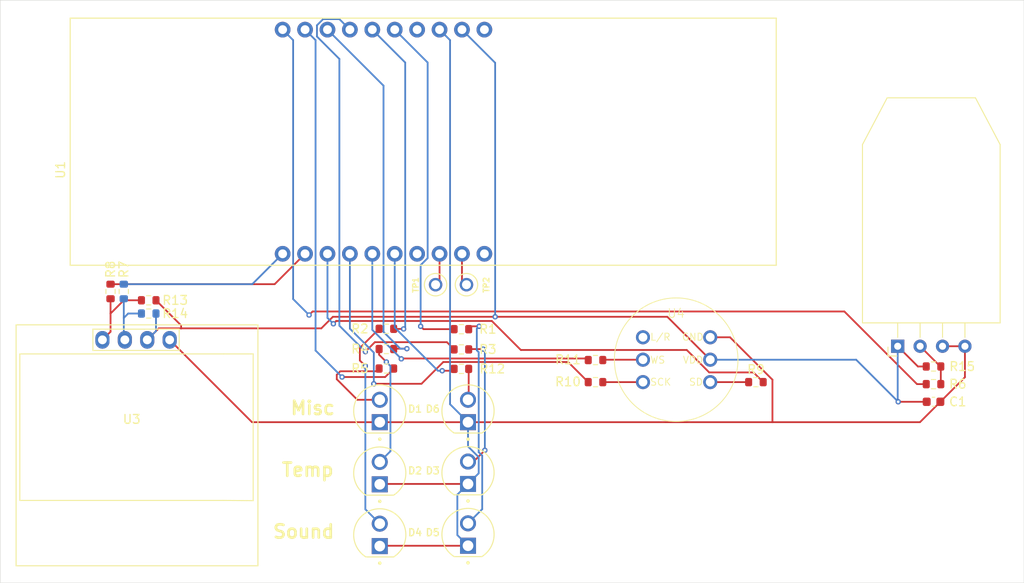
<source format=kicad_pcb>
(kicad_pcb (version 20241229) (generator "pcbnew") (generator_version "9.0")
  (layers (0 "F.Cu" signal) (2 "B.Cu" signal) (13 "F.Paste" user) (15 "B.Paste" user) (5 "F.SilkS" user "F.Silkscreen") (7 "B.SilkS" user "B.Silkscreen") (1 "F.Mask" user) (3 "B.Mask" user) (25 "Edge.Cuts" user))
  (net 0 "")
  (net 1 "Net-(D1-PadA)")
  (net 2 "GND")
  (net 3 "Net-(D2-PadA)")
  (net 4 "Net-(D3-PadA)")
  (net 5 "Net-(D4-PadA)")
  (net 6 "Net-(D5-PadA)")
  (net 7 "Net-(D6-PadA)")
  (net 8 "Net-(U1-GPIO0)")
  (net 9 "Net-(U1-GPIO1)")
  (net 10 "Net-(U1-GPIO2)")
  (net 11 "Net-(U1-GPIO3)")
  (net 12 "Net-(U1-GPIO4)")
  (net 13 "Net-(U1-GPIO5)")
  (net 14 "Net-(U2-SDA)")
  (net 15 "Net-(U3-SDA)")
  (net 16 "Net-(U1-GPIO13)")
  (net 17 "Net-(U1-GPIO14)")
  (net 18 "Net-(U3-SCL)")
  (net 19 "Net-(U4-SD)")
  (net 20 "Net-(U1-GPIO15)")
  (net 21 "Net-(U1-GPIO16)")
  (net 22 "Net-(U4-SCK)")
  (net 23 "Net-(U1-GPIO32)")
  (net 24 "Net-(U4-SW)")
  (net 25 "Net-(U1-GPIO33)")
  (net 26 "Net-(U1-GPI35)")
  (net 27 "Net-(U1-GPI36)")
  (net 29 "+3.3V")
  (footprint "Resistor_SMD:R_0603_1608Metric" (layer "F.Cu") (at 133.755 105.73205)
    (property "Reference" "R5" (at -3 0 0) (layer "F.SilkS"))
    (property "Value" "68R" (hide yes))
    (fp_line (start -0.237258 -0.5225) (end 0.237258 -0.5225) (stroke (width 0.12)) (layer "F.SilkS"))
    (fp_line (start -0.237258 0.5225) (end 0.237258 0.5225) (stroke (width 0.12)) (layer "F.SilkS"))
    (pad "1" smd roundrect (at -0.825 0) (size 0.8 0.95) (layers "F.Cu" "F.Mask" "F.Paste") (net 1 "Net-(D1-PadA)"))
    (pad "2" smd roundrect (at 0.825 0) (size 0.8 0.95) (layers "F.Cu" "F.Mask" "F.Paste") (net 12 "Net-(U1-GPIO4)"))
  )
  (footprint "clipboard:e21a027e-ffe6-4366-b657-1eeb13e85b7e" (layer "F.Cu") (at 204.295884 69.5)
    (property "Reference" "" (at 0 0 0) (layer "F.SilkS") (effects (font (size 1.27 1.27))))
    (property "Value" "")
    (pad "" np_thru_hole circle (at -2.045884 -1.684004) (size 2.2 2.2) (drill 2.2) (layers "*.Cu" "*.Mask"))
  )
  (footprint "SSD1306:128x64OLED" (layer "F.Cu") (at 105.2 113.08205)
    (property "Reference" "U3" (at -0.3 -1.596 0) (layer "F.SilkS"))
    (property "Value" "SSD1306")
    (fp_line (start -13.4 -12.3) (end 14 -12.3) (stroke (width 0.12)) (layer "F.SilkS"))
    (fp_line (start -13.4 15) (end -13.4 -12.3) (stroke (width 0.12)) (layer "F.SilkS"))
    (fp_line (start -12.978 -9.005) (end 10.122 -9.005) (stroke (width 0.12)) (layer "F.SilkS"))
    (fp_line (start -12.978 7.595) (end -12.978 -9.005) (stroke (width 0.12)) (layer "F.SilkS"))
    (fp_line (start -4.699 -11.811) (end -4.699 -9.398) (stroke (width 0.12)) (layer "F.SilkS"))
    (fp_line (start -4.699 -11.811) (end 5.08 -11.811) (stroke (width 0.12)) (layer "F.SilkS"))
    (fp_line (start 5.08 -11.811) (end 5.08 -9.398) (stroke (width 0.12)) (layer "F.SilkS"))
    (fp_line (start 5.08 -9.398) (end -4.699 -9.398) (stroke (width 0.12)) (layer "F.SilkS"))
    (fp_line (start 10.122 -9.005) (end 13.208 -9.005) (stroke (width 0.12)) (layer "F.SilkS"))
    (fp_line (start 10.122 7.595) (end -12.978 7.595) (stroke (width 0.12)) (layer "F.SilkS"))
    (fp_line (start 10.122 7.595) (end 13.462 7.62) (stroke (width 0.12)) (layer "F.SilkS"))
    (fp_line (start 13.462 -9.017) (end 13.208 -9.005) (stroke (width 0.12)) (layer "F.SilkS"))
    (fp_line (start 13.462 7.62) (end 13.462 -9.017) (stroke (width 0.12)) (layer "F.SilkS"))
    (fp_line (start 14 -12.3) (end 14 15) (stroke (width 0.12)) (layer "F.SilkS"))
    (fp_line (start 14 15) (end -13.4 15) (stroke (width 0.12)) (layer "F.SilkS"))
    (pad "1" thru_hole oval (at -3.62 -10.6 90) (size 2 1.6) (drill 1) (layers "*.Cu" "*.Mask") (net 18 "Net-(U3-SCL)"))
    (pad "2" thru_hole oval (at -1.08 -10.6 90) (size 2 1.6) (drill 1) (layers "*.Cu" "*.Mask") (net 15 "Net-(U3-SDA)"))
    (pad "3" thru_hole oval (at 1.46 -10.6 90) (size 2 1.6) (drill 1) (layers "*.Cu" "*.Mask") (net 29 "+3.3V"))
    (pad "4" thru_hole oval (at 4 -10.6 90) (size 2 1.6) (drill 1) (layers "*.Cu" "*.Mask") (net 2 "GND"))
  )
  (footprint "Resistor_SMD:R_0603_1608Metric" (layer "F.Cu") (at 133.755 103.52205)
    (property "Reference" "R4" (at -3 0 0) (layer "F.SilkS"))
    (property "Value" "68R" (hide yes))
    (fp_line (start -0.237258 -0.5225) (end 0.237258 -0.5225) (stroke (width 0.12)) (layer "F.SilkS"))
    (fp_line (start -0.237258 0.5225) (end 0.237258 0.5225) (stroke (width 0.12)) (layer "F.SilkS"))
    (pad "1" smd roundrect (at -0.825 0) (size 0.8 0.95) (layers "F.Cu" "F.Mask" "F.Paste") (net 3 "Net-(D2-PadA)"))
    (pad "2" smd roundrect (at 0.825 0) (size 0.8 0.95) (layers "F.Cu" "F.Mask" "F.Paste") (net 11 "Net-(U1-GPIO3)"))
  )
  (footprint "Resistor_SMD:R_0603_1608Metric" (layer "F.Cu") (at 104 97 90)
    (property "Reference" "R7" (at 2.5 0 90) (layer "F.SilkS"))
    (property "Value" "0R" (hide yes))
    (fp_line (start -0.237258 -0.5225) (end 0.237258 -0.5225) (stroke (width 0.12)) (layer "F.SilkS"))
    (fp_line (start -0.237258 0.5225) (end 0.237258 0.5225) (stroke (width 0.12)) (layer "F.SilkS"))
    (pad "1" smd roundrect (at -0.825 0 90) (size 0.8 0.95) (layers "B.Cu" "B.Mask" "B.Paste") (net 15 "Net-(U3-SDA)"))
    (pad "2" smd roundrect (at 0.825 0 90) (size 0.8 0.95) (layers "B.Cu" "B.Mask" "B.Paste") (net 16 "Net-(U1-GPIO13)"))
  )
  (footprint "Resistor_SMD:R_0603_1608Metric" (layer "F.Cu") (at 133.755 101.23205)
    (property "Reference" "R2" (at -3 0 0) (layer "F.SilkS"))
    (property "Value" "68R" (hide yes))
    (fp_line (start -0.237258 -0.5225) (end 0.237258 -0.5225) (stroke (width 0.12)) (layer "F.SilkS"))
    (fp_line (start -0.237258 0.5225) (end 0.237258 0.5225) (stroke (width 0.12)) (layer "F.SilkS"))
    (pad "1" smd roundrect (at -0.825 0) (size 0.8 0.95) (layers "F.Cu" "F.Mask" "F.Paste") (net 5 "Net-(D4-PadA)"))
    (pad "2" smd roundrect (at 0.825 0) (size 0.8 0.95) (layers "F.Cu" "F.Mask" "F.Paste") (net 9 "Net-(U1-GPIO1)"))
  )
  (footprint "Resistor_SMD:R_0603_1608Metric" (layer "F.Cu") (at 142.255 105.77205)
    (property "Reference" "R12" (at 3.5 0 0) (layer "F.SilkS"))
    (property "Value" "68R" (hide yes))
    (fp_line (start -0.237258 -0.5225) (end 0.237258 -0.5225) (stroke (width 0.12)) (layer "F.SilkS"))
    (fp_line (start -0.237258 0.5225) (end 0.237258 0.5225) (stroke (width 0.12)) (layer "F.SilkS"))
    (pad "1" smd roundrect (at -0.825 0) (size 0.8 0.95) (layers "F.Cu" "F.Mask" "F.Paste") (net 25 "Net-(U1-GPIO33)"))
    (pad "2" smd roundrect (at 0.825 0) (size 0.8 0.95) (layers "F.Cu" "F.Mask" "F.Paste") (net 7 "Net-(D6-PadA)"))
  )
  (footprint "Resistor_SMD:R_0603_1608Metric" (layer "F.Cu") (at 142.255 101.27205 180)
    (property "Reference" "R1" (at -3 0 0) (layer "F.SilkS"))
    (property "Value" "68R" (hide yes))
    (fp_line (start -0.237258 0.5225) (end 0.237258 0.5225) (stroke (width 0.12)) (layer "F.SilkS"))
    (fp_line (start -0.237258 -0.5225) (end 0.237258 -0.5225) (stroke (width 0.12)) (layer "F.SilkS"))
    (pad "1" smd roundrect (at -0.825 0 180) (size 0.8 0.95) (layers "F.Cu" "F.Mask" "F.Paste") (net 6 "Net-(D5-PadA)"))
    (pad "2" smd roundrect (at 0.825 0 180) (size 0.8 0.95) (layers "F.Cu" "F.Mask" "F.Paste") (net 8 "Net-(U1-GPIO0)"))
  )
  (footprint "clipboard:e21a027e-ffe6-4366-b657-1eeb13e85b7e" (layer "F.Cu") (at 96.045884 99.184004)
    (property "Reference" "" (at 0 0 0) (layer "F.SilkS") (effects (font (size 1.27 1.27))))
    (property "Value" "")
    (pad "" np_thru_hole circle (at -2.045884 -1.684004) (size 2.2 2.2) (drill 2.2) (layers "*.Cu" "*.Mask"))
  )
  (footprint "Standard_LED_Throughhole:Standard_LED_Throughhole" (layer "F.Cu") (at 143.005 110.54205 90)
    (property "Reference" "D6" (at 0.23 -4 180) (layer "F.SilkS") (effects (font (size 0.8 0.8))))
    (property "Value" "LED" (hide yes))
    (fp_line (start -2.5 -1.566) (end -2.5 1.566) (stroke (width 0.127)) (layer "F.SilkS"))
    (fp_arc (start -2.5 -1.566) (mid 2.961291 0) (end -2.5 1.566) (stroke (width 0.127)) (layer "F.SilkS"))
    (fp_circle (center -3.2 0) (end -3.1 0) (stroke (width 0.2)) (fill no) (layer "F.SilkS"))
    (pad "A" thru_hole circle (at 1.27 0 90) (size 1.815 1.815) (drill 1.21) (layers "*.Cu" "*.Mask") (net 7 "Net-(D6-PadA)"))
    (pad "C" thru_hole rect (at -1.27 0 90) (size 1.815 1.815) (drill 1.21) (layers "*.Cu" "*.Mask") (net 2 "GND"))
  )
  (footprint "Capacitor_SMD:C_0603_1608Metric" (layer "F.Cu") (at 195.75 109.5 180)
    (property "Reference" "C1" (at -2.75 0 180) (layer "F.SilkS"))
    (property "Value" "0.1µF" (hide yes))
    (fp_line (start -0.14058 0.51) (end 0.14058 0.51) (stroke (width 0.12)) (layer "F.SilkS"))
    (fp_line (start -0.14058 -0.51) (end 0.14058 -0.51) (stroke (width 0.12)) (layer "F.SilkS"))
    (pad "1" smd roundrect (at -0.775 0 180) (size 0.9 0.95) (layers "F.Cu" "F.Mask" "F.Paste") (net 2 "GND"))
    (pad "2" smd roundrect (at 0.775 0 180) (size 0.9 0.95) (layers "F.Cu" "F.Mask" "F.Paste") (net 29 "+3.3V"))
  )
  (footprint "Standard_LED_Throughhole:Standard_LED_Throughhole" (layer "F.Cu") (at 143.005 124.54205 90)
    (property "Reference" "D5" (at 0.23 -4 180) (layer "F.SilkS") (effects (font (size 0.8 0.8))))
    (property "Value" "LED" (hide yes))
    (fp_line (start -2.5 -1.566) (end -2.5 1.566) (stroke (width 0.127)) (layer "F.SilkS"))
    (fp_arc (start -2.5 -1.566) (mid 2.961291 0) (end -2.5 1.566) (stroke (width 0.127)) (layer "F.SilkS"))
    (fp_circle (center -3.2 0) (end -3.1 0) (stroke (width 0.2)) (fill no) (layer "F.SilkS"))
    (pad "A" thru_hole circle (at 1.27 0 90) (size 1.815 1.815) (drill 1.21) (layers "*.Cu" "*.Mask") (net 6 "Net-(D5-PadA)"))
    (pad "C" thru_hole rect (at -1.27 0 90) (size 1.815 1.815) (drill 1.21) (layers "*.Cu" "*.Mask") (net 2 "GND"))
  )
  (footprint "Resistor_SMD:R_0603_1608Metric" (layer "F.Cu") (at 195.75 105.5 180)
    (property "Reference" "R15" (at -3.25 0 0) (layer "F.SilkS"))
    (property "Value" "10K" (hide yes))
    (fp_line (start -0.237258 0.5225) (end 0.237258 0.5225) (stroke (width 0.12)) (layer "F.SilkS"))
    (fp_line (start -0.237258 -0.5225) (end 0.237258 -0.5225) (stroke (width 0.12)) (layer "F.SilkS"))
    (pad "1" smd roundrect (at -0.825 0 180) (size 0.8 0.95) (layers "F.Cu" "F.Mask" "F.Paste") (net 14 "Net-(U2-SDA)"))
    (pad "2" smd roundrect (at 0.825 0 180) (size 0.8 0.95) (layers "F.Cu" "F.Mask" "F.Paste") (net 29 "+3.3V"))
  )
  (footprint "5002:KEYSTONE_5002" (layer "F.Cu") (at 139.33 96.23205 -90)
    (property "Reference" "TP1" (at 0.032 2.25 270) (layer "F.SilkS") (effects (font (size 0.64 0.64))))
    (property "Value" "5002" (hide yes))
    (fp_circle (center 0 0) (end 1.27 0) (stroke (width 0.127)) (fill no) (layer "F.SilkS"))
    (pad "TP" thru_hole circle (at 0 0 270) (size 1.53 1.53) (drill 1.02) (layers "*.Cu" "*.Mask") (net 26 "Net-(U1-GPI35)"))
  )
  (footprint "Resistor_SMD:R_0603_1608Metric" (layer "F.Cu") (at 106.825 98 180)
    (property "Reference" "R13" (at -3 0 0) (layer "F.SilkS"))
    (property "Value" "0R" (hide yes))
    (fp_line (start -0.237258 0.5225) (end 0.237258 0.5225) (stroke (width 0.12)) (layer "F.SilkS"))
    (fp_line (start -0.237258 -0.5225) (end 0.237258 -0.5225) (stroke (width 0.12)) (layer "F.SilkS"))
    (pad "1" smd roundrect (at -0.825 0 180) (size 0.8 0.95) (layers "F.Cu" "F.Mask" "F.Paste") (net 29 "+3.3V"))
    (pad "2" smd roundrect (at 0.825 0 180) (size 0.8 0.95) (layers "F.Cu" "F.Mask" "F.Paste") (net 18 "Net-(U3-SCL)"))
  )
  (footprint "Standard_LED_Throughhole:Standard_LED_Throughhole" (layer "F.Cu") (at 133.005 117.58205 90)
    (property "Reference" "D2" (at 0.27 4 180) (layer "F.SilkS") (effects (font (size 0.8 0.8))))
    (property "Value" "LED" (hide yes))
    (fp_line (start -2.5 -1.566) (end -2.5 1.566) (stroke (width 0.127)) (layer "F.SilkS"))
    (fp_arc (start -2.5 -1.566) (mid 2.961291 0) (end -2.5 1.566) (stroke (width 0.127)) (layer "F.SilkS"))
    (fp_circle (center -3.2 0) (end -3.1 0) (stroke (width 0.2)) (fill no) (layer "F.SilkS"))
    (pad "A" thru_hole circle (at 1.27 0 90) (size 1.815 1.815) (drill 1.21) (layers "*.Cu" "*.Mask") (net 3 "Net-(D2-PadA)"))
    (pad "C" thru_hole rect (at -1.27 0 90) (size 1.815 1.815) (drill 1.21) (layers "*.Cu" "*.Mask") (net 2 "GND"))
  )
  (footprint "Resistor_SMD:R_0603_1608Metric" (layer "F.Cu") (at 142.255 103.56205 180)
    (property "Reference" "R3" (at -3 0 0) (layer "F.SilkS"))
    (property "Value" "68R" (hide yes))
    (fp_line (start -0.237258 0.5225) (end 0.237258 0.5225) (stroke (width 0.12)) (layer "F.SilkS"))
    (fp_line (start -0.237258 -0.5225) (end 0.237258 -0.5225) (stroke (width 0.12)) (layer "F.SilkS"))
    (pad "1" smd roundrect (at -0.825 0 180) (size 0.8 0.95) (layers "F.Cu" "F.Mask" "F.Paste") (net 4 "Net-(D3-PadA)"))
    (pad "2" smd roundrect (at 0.825 0 180) (size 0.8 0.95) (layers "F.Cu" "F.Mask" "F.Paste") (net 10 "Net-(U1-GPIO2)"))
  )
  (footprint "5002:KEYSTONE_5002" (layer "F.Cu") (at 142.83 96.23205 -90)
    (property "Reference" "TP2" (at 0.032 -2.25 90) (layer "F.SilkS") (effects (font (size 0.64 0.64))))
    (property "Value" "5002" (hide yes))
    (fp_circle (center 0 0) (end 1.27 0) (stroke (width 0.127)) (fill no) (layer "F.SilkS"))
    (pad "TP" thru_hole circle (at 0 0 270) (size 1.53 1.53) (drill 1.02) (layers "*.Cu" "*.Mask") (net 27 "Net-(U1-GPI36)"))
  )
  (footprint "Resistor_SMD:R_0603_1608Metric" (layer "F.Cu") (at 102.5 97 90)
    (property "Reference" "R8" (at 2.5 0 90) (layer "F.SilkS"))
    (property "Value" "0R" (hide yes))
    (fp_line (start -0.237258 -0.5225) (end 0.237258 -0.5225) (stroke (width 0.12)) (layer "F.SilkS"))
    (fp_line (start -0.237258 0.5225) (end 0.237258 0.5225) (stroke (width 0.12)) (layer "F.SilkS"))
    (pad "1" smd roundrect (at -0.825 0 90) (size 0.8 0.95) (layers "F.Cu" "F.Mask" "F.Paste") (net 18 "Net-(U3-SCL)"))
    (pad "2" smd roundrect (at 0.825 0 90) (size 0.8 0.95) (layers "F.Cu" "F.Mask" "F.Paste") (net 17 "Net-(U1-GPIO14)"))
  )
  (footprint "Custom_Footprints:INMP441" (layer "F.Cu") (at 166.59 104.73205)
    (property "Reference" "U4" (at -0.01 -5.25 0) (layer "F.SilkS") (effects (font (thickness 0.1))))
    (property "Value" "INMP441")
    (fp_circle (center 0 0) (end 7 0) (stroke (width 0.1)) (fill no) (layer "F.SilkS"))
    (fp_text user "SCK" (at -3 3 0) (layer "F.SilkS") (effects (font (size 0.8 0.8) (thickness 0.1)) (justify left bottom)))
    (fp_text user "GND" (at 0.6 -2.1 0) (layer "F.SilkS") (effects (font (size 0.8 0.8) (thickness 0.1)) (justify left bottom)))
    (fp_text user "L/R" (at -3 -2.1 0) (layer "F.SilkS") (effects (font (size 0.8 0.8) (thickness 0.1)) (justify left bottom)))
    (fp_text user "WS" (at -3 0.5 0) (layer "F.SilkS") (effects (font (size 0.8 0.8) (thickness 0.1)) (justify left bottom)))
    (fp_text user "VDD" (at 0.7 0.5 0) (layer "F.SilkS") (effects (font (size 0.8 0.8) (thickness 0.1)) (justify left bottom)))
    (fp_text user "SD" (at 1.4 3 0) (layer "F.SilkS") (effects (font (size 0.8 0.8) (thickness 0.1)) (justify left bottom)))
    (pad "1" thru_hole circle (at -3.76 2.54) (size 1.6 1.6) (drill 1) (layers "*.Cu" "*.Mask") (net 22 "Net-(U4-SCK)"))
    (pad "2" thru_hole circle (at 3.86 2.54) (size 1.6 1.6) (drill 1) (layers "*.Cu" "*.Mask") (net 19 "Net-(U4-SD)"))
    (pad "3" thru_hole circle (at -3.76 0) (size 1.6 1.6) (drill 1) (layers "*.Cu" "*.Mask") (net 24 "Net-(U4-SW)"))
    (pad "4" thru_hole circle (at 3.86 0) (size 1.6 1.6) (drill 1) (layers "*.Cu" "*.Mask") (net 29 "+3.3V"))
    (pad "5" thru_hole circle (at -3.76 -2.54) (size 1.6 1.6) (drill 1) (layers "*.Cu" "*.Mask"))
    (pad "6" thru_hole circle (at 3.86 -2.54) (size 1.6 1.6) (drill 1) (layers "*.Cu" "*.Mask") (net 2 "GND"))
  )
  (footprint "Resistor_SMD:R_0603_1608Metric" (layer "F.Cu") (at 195.75 107.5 180)
    (property "Reference" "R6" (at -2.75 0 180) (layer "F.SilkS"))
    (property "Value" "0R" (hide yes))
    (fp_line (start -0.237258 0.5225) (end 0.237258 0.5225) (stroke (width 0.12)) (layer "F.SilkS"))
    (fp_line (start -0.237258 -0.5225) (end 0.237258 -0.5225) (stroke (width 0.12)) (layer "F.SilkS"))
    (pad "1" smd roundrect (at -0.825 0 180) (size 0.8 0.95) (layers "F.Cu" "F.Mask" "F.Paste") (net 14 "Net-(U2-SDA)"))
    (pad "2" smd roundrect (at 0.825 0 180) (size 0.8 0.95) (layers "F.Cu" "F.Mask" "F.Paste") (net 13 "Net-(U1-GPIO5)"))
  )
  (footprint "Resistor_SMD:R_0603_1608Metric" (layer "F.Cu") (at 106.825 99.5 180)
    (property "Reference" "R14" (at -3 0 180) (layer "F.SilkS"))
    (property "Value" "0R" (hide yes))
    (fp_line (start -0.237258 0.5225) (end 0.237258 0.5225) (stroke (width 0.12)) (layer "F.SilkS"))
    (fp_line (start -0.237258 -0.5225) (end 0.237258 -0.5225) (stroke (width 0.12)) (layer "F.SilkS"))
    (pad "1" smd roundrect (at -0.825 0 180) (size 0.8 0.95) (layers "B.Cu" "B.Mask" "B.Paste") (net 29 "+3.3V"))
    (pad "2" smd roundrect (at 0.825 0 180) (size 0.8 0.95) (layers "B.Cu" "B.Mask" "B.Paste") (net 15 "Net-(U3-SDA)"))
  )
  (footprint "Resistor_SMD:R_0603_1608Metric" (layer "F.Cu") (at 157.45 107.27205 180)
    (property "Reference" "R10" (at 3.12 0.04 0) (layer "F.SilkS"))
    (property "Value" "0R" (hide yes))
    (fp_line (start -0.237258 0.5225) (end 0.237258 0.5225) (stroke (width 0.12)) (layer "F.SilkS"))
    (fp_line (start -0.237258 -0.5225) (end 0.237258 -0.5225) (stroke (width 0.12)) (layer "F.SilkS"))
    (pad "1" smd roundrect (at -0.825 0 180) (size 0.8 0.95) (layers "F.Cu" "F.Mask" "F.Paste") (net 22 "Net-(U4-SCK)"))
    (pad "2" smd roundrect (at 0.825 0 180) (size 0.8 0.95) (layers "F.Cu" "F.Mask" "F.Paste") (net 21 "Net-(U1-GPIO16)"))
  )
  (footprint "Resistor_SMD:R_0603_1608Metric" (layer "F.Cu") (at 157.45 104.77205)
    (property "Reference" "R11" (at -3.12 -0.04 0) (layer "F.SilkS"))
    (property "Value" "0R" (hide yes))
    (fp_line (start -0.237258 -0.5225) (end 0.237258 -0.5225) (stroke (width 0.12)) (layer "F.SilkS"))
    (fp_line (start -0.237258 0.5225) (end 0.237258 0.5225) (stroke (width 0.12)) (layer "F.SilkS"))
    (pad "1" smd roundrect (at -0.825 0) (size 0.8 0.95) (layers "F.Cu" "F.Mask" "F.Paste") (net 23 "Net-(U1-GPIO32)"))
    (pad "2" smd roundrect (at 0.825 0) (size 0.8 0.95) (layers "F.Cu" "F.Mask" "F.Paste") (net 24 "Net-(U4-SW)"))
  )
  (footprint "Standard_LED_Throughhole:Standard_LED_Throughhole" (layer "F.Cu") (at 133.005 124.58205 90)
    (property "Reference" "D4" (at 0.27 4 180) (layer "F.SilkS") (effects (font (size 0.8 0.8))))
    (property "Value" "LED" (hide yes))
    (fp_line (start -2.5 -1.566) (end -2.5 1.566) (stroke (width 0.127)) (layer "F.SilkS"))
    (fp_arc (start -2.5 -1.566) (mid 2.961291 0) (end -2.5 1.566) (stroke (width 0.127)) (layer "F.SilkS"))
    (fp_circle (center -3.2 0) (end -3.1 0) (stroke (width 0.2)) (fill no) (layer "F.SilkS"))
    (pad "A" thru_hole circle (at 1.27 0 90) (size 1.815 1.815) (drill 1.21) (layers "*.Cu" "*.Mask") (net 5 "Net-(D4-PadA)"))
    (pad "C" thru_hole rect (at -1.27 0 90) (size 1.815 1.815) (drill 1.21) (layers "*.Cu" "*.Mask") (net 2 "GND"))
  )
  (footprint "clipboard:e21a027e-ffe6-4366-b657-1eeb13e85b7e" (layer "F.Cu") (at 204.045884 127.684004)
    (property "Reference" "" (at 0 0 0) (layer "F.SilkS") (effects (font (size 1.27 1.27))))
    (property "Value" "")
    (pad "" np_thru_hole circle (at -2.045884 -1.684004) (size 2.2 2.2) (drill 2.2) (layers "*.Cu" "*.Mask"))
  )
  (footprint "ESP32-POE:MODULE_ESP32-POE" (layer "F.Cu") (at 137.93 80.03205 -90)
    (property "Reference" "U1" (at 3.2 41.1 90) (layer "F.SilkS"))
    (property "Value" "ESP32-POE")
    (fp_line (start -14 40) (end 14 40) (stroke (width 0.127)) (layer "F.SilkS"))
    (fp_line (start 14 40) (end 14 -40) (stroke (width 0.127)) (layer "F.SilkS"))
    (fp_line (start -14 -40) (end -14 40) (stroke (width 0.127)) (layer "F.SilkS"))
    (fp_line (start 14 -40) (end -14 -40) (stroke (width 0.127)) (layer "F.SilkS"))
    (pad "" np_thru_hole circle (at -11.44 -12.675 270) (size 2.2 2.2) (drill 2.2) (layers "*.Cu" "*.Mask"))
    (pad "" np_thru_hole circle (at -6.614 37.363 270) (size 2.2 2.2) (drill 2.2) (layers "*.Cu" "*.Mask"))
    (pad "" np_thru_hole circle (at 11.42 -12.675 270) (size 2.2 2.2) (drill 2.2) (layers "*.Cu" "*.Mask"))
    (pad "EXT1_1" thru_hole circle (at -12.7 -6.93 270) (size 1.778 1.778) (drill 1) (layers "*.Cu" "*.Mask"))
    (pad "EXT1_2" thru_hole circle (at -12.7 -4.39 270) (size 1.778 1.778) (drill 1) (layers "*.Cu" "*.Mask") (net 29 "+3.3V"))
    (pad "EXT1_3" thru_hole circle (at -12.7 -1.85 270) (size 1.778 1.778) (drill 1) (layers "*.Cu" "*.Mask") (net 2 "GND"))
    (pad "EXT1_4" thru_hole circle (at -12.7 0.69 270) (size 1.778 1.778) (drill 1) (layers "*.Cu" "*.Mask"))
    (pad "EXT1_5" thru_hole circle (at -12.7 3.23 270) (size 1.778 1.778) (drill 1) (layers "*.Cu" "*.Mask") (net 8 "Net-(U1-GPIO0)"))
    (pad "EXT1_6" thru_hole circle (at -12.7 5.77 270) (size 1.778 1.778) (drill 1) (layers "*.Cu" "*.Mask") (net 9 "Net-(U1-GPIO1)"))
    (pad "EXT1_7" thru_hole circle (at -12.7 8.31 270) (size 1.778 1.778) (drill 1) (layers "*.Cu" "*.Mask") (net 10 "Net-(U1-GPIO2)"))
    (pad "EXT1_8" thru_hole circle (at -12.7 10.85 270) (size 1.778 1.778) (drill 1) (layers "*.Cu" "*.Mask") (net 11 "Net-(U1-GPIO3)"))
    (pad "EXT1_9" thru_hole circle (at -12.7 13.39 270) (size 1.778 1.778) (drill 1) (layers "*.Cu" "*.Mask") (net 12 "Net-(U1-GPIO4)"))
    (pad "EXT1_10" thru_hole circle (at -12.7 15.93 270) (size 1.778 1.778) (drill 1) (layers "*.Cu" "*.Mask") (net 13 "Net-(U1-GPIO5)"))
    (pad "EXT2_1" thru_hole circle (at 12.7 -6.93 270) (size 1.778 1.778) (drill 1) (layers "*.Cu" "*.Mask"))
    (pad "EXT2_2" thru_hole circle (at 12.7 -4.39 270) (size 1.778 1.778) (drill 1) (layers "*.Cu" "*.Mask") (net 27 "Net-(U1-GPI36)"))
    (pad "EXT2_3" thru_hole circle (at 12.7 -1.85 270) (size 1.778 1.778) (drill 1) (layers "*.Cu" "*.Mask") (net 26 "Net-(U1-GPI35)"))
    (pad "EXT2_4" thru_hole circle (at 12.7 0.69 270) (size 1.778 1.778) (drill 1) (layers "*.Cu" "*.Mask"))
    (pad "EXT2_5" thru_hole circle (at 12.7 3.23 270) (size 1.778 1.778) (drill 1) (layers "*.Cu" "*.Mask") (net 25 "Net-(U1-GPIO33)"))
    (pad "EXT2_6" thru_hole circle (at 12.7 5.77 270) (size 1.778 1.778) (drill 1) (layers "*.Cu" "*.Mask") (net 23 "Net-(U1-GPIO32)"))
    (pad "EXT2_7" thru_hole circle (at 12.7 8.31 270) (size 1.778 1.778) (drill 1) (layers "*.Cu" "*.Mask") (net 21 "Net-(U1-GPIO16)"))
    (pad "EXT2_8" thru_hole circle (at 12.7 10.85 270) (size 1.778 1.778) (drill 1) (layers "*.Cu" "*.Mask") (net 20 "Net-(U1-GPIO15)"))
    (pad "EXT2_9" thru_hole circle (at 12.7 13.39 270) (size 1.778 1.778) (drill 1) (layers "*.Cu" "*.Mask") (net 17 "Net-(U1-GPIO14)"))
    (pad "EXT2_10" thru_hole circle (at 12.7 15.93 270) (size 1.778 1.778) (drill 1) (layers "*.Cu" "*.Mask") (net 16 "Net-(U1-GPIO13)"))
  )
  (footprint "Sensor:ASAIR_AM2302_P2.54mm_Lead2.75mm_TabDown" (layer "F.Cu") (at 191.69 103.2075 90)
    (property "Reference" "U2" (hide yes))
    (property "Value" "AM2302")
    (fp_line (start 22.85 -3.99) (end 28.15 -1.19) (stroke (width 0.12)) (layer "F.SilkS"))
    (fp_line (start 2.65 -3.99) (end 22.85 -3.99) (stroke (width 0.12)) (layer "F.SilkS"))
    (fp_line (start 28.15 -1.19) (end 28.15 8.81) (stroke (width 0.12)) (layer "F.SilkS"))
    (fp_line (start -1.1 -1.1) (end -0.1 -1.1) (stroke (width 0.12)) (layer "F.SilkS"))
    (fp_line (start -1.1 -0.1) (end -1.1 -1.1) (stroke (width 0.12)) (layer "F.SilkS"))
    (fp_line (start 1.01 0) (end 2.65 0) (stroke (width 0.12)) (layer "F.SilkS"))
    (fp_line (start 1.01 2.54) (end 2.65 2.54) (stroke (width 0.12)) (layer "F.SilkS"))
    (fp_line (start 1.01 5.08) (end 2.65 5.08) (stroke (width 0.12)) (layer "F.SilkS"))
    (fp_line (start 1.01 7.62) (end 2.65 7.62) (stroke (width 0.12)) (layer "F.SilkS"))
    (fp_line (start 28.15 8.81) (end 22.85 11.61) (stroke (width 0.12)) (layer "F.SilkS"))
    (fp_line (start 22.85 11.61) (end 2.65 11.61) (stroke (width 0.12)) (layer "F.SilkS"))
    (fp_line (start 2.65 11.61) (end 2.65 -3.99) (stroke (width 0.12)) (layer "F.SilkS"))
    (pad "" np_thru_hole circle (at 25.3 3.81 90) (size 3 3) (drill 3) (layers "*.Cu" "*.Mask"))
    (pad "1" thru_hole rect (at 0 0 90) (size 1.5 1.5) (drill 0.8) (layers "*.Cu" "*.Mask") (net 29 "+3.3V"))
    (pad "2" thru_hole circle (at 0 2.54 90) (size 1.5 1.5) (drill 0.8) (layers "*.Cu" "*.Mask") (net 14 "Net-(U2-SDA)"))
    (pad "3" thru_hole circle (at 0 5.08 90) (size 1.5 1.5) (drill 0.8) (layers "*.Cu" "*.Mask") (net 2 "GND"))
    (pad "4" thru_hole circle (at 0 7.62 90) (size 1.5 1.5) (drill 0.8) (layers "*.Cu" "*.Mask") (net 2 "GND"))
  )
  (footprint "Standard_LED_Throughhole:Standard_LED_Throughhole" (layer "F.Cu") (at 143.005 117.54205 90)
    (property "Reference" "D3" (at 0.23 -4 180) (layer "F.SilkS") (effects (font (size 0.8 0.8))))
    (property "Value" "LED" (hide yes))
    (fp_line (start -2.5 -1.566) (end -2.5 1.566) (stroke (width 0.127)) (layer "F.SilkS"))
    (fp_arc (start -2.5 -1.566) (mid 2.961291 0) (end -2.5 1.566) (stroke (width 0.127)) (layer "F.SilkS"))
    (fp_circle (center -3.2 0) (end -3.1 0) (stroke (width 0.2)) (fill no) (layer "F.SilkS"))
    (pad "A" thru_hole circle (at 1.27 0 90) (size 1.815 1.815) (drill 1.21) (layers "*.Cu" "*.Mask") (net 4 "Net-(D3-PadA)"))
    (pad "C" thru_hole rect (at -1.27 0 90) (size 1.815 1.815) (drill 1.21) (layers "*.Cu" "*.Mask") (net 2 "GND"))
  )
  (footprint "Resistor_SMD:R_0603_1608Metric" (layer "F.Cu") (at 175.625 107.27205)
    (property "Reference" "R9" (at 0 -1.43 0) (layer "F.SilkS"))
    (property "Value" "0R")
    (fp_line (start -0.237258 -0.5225) (end 0.237258 -0.5225) (stroke (width 0.12)) (layer "F.SilkS"))
    (fp_line (start -0.237258 0.5225) (end 0.237258 0.5225) (stroke (width 0.12)) (layer "F.SilkS"))
    (pad "1" smd roundrect (at -0.825 0) (size 0.8 0.95) (layers "F.Cu" "F.Mask" "F.Paste") (net 19 "Net-(U4-SD)"))
    (pad "2" smd roundrect (at 0.825 0) (size 0.8 0.95) (layers "F.Cu" "F.Mask" "F.Paste") (net 20 "Net-(U1-GPIO15)"))
  )
  (footprint "Standard_LED_Throughhole:Standard_LED_Throughhole" (layer "F.Cu") (at 133.005 110.54205 90)
    (property "Reference" "D1" (at 0.23 4 0) (layer "F.SilkS") (effects (font (size 0.8 0.8))))
    (property "Value" "LED" (hide yes))
    (fp_line (start -2.5 -1.566) (end -2.5 1.566) (stroke (width 0.127)) (layer "F.SilkS"))
    (fp_arc (start -2.5 -1.566) (mid 2.961291 0) (end -2.5 1.566) (stroke (width 0.127)) (layer "F.SilkS"))
    (fp_circle (center -3.2 0) (end -3.1 0) (stroke (width 0.2)) (fill no) (layer "F.SilkS"))
    (pad "A" thru_hole circle (at 1.27 0 90) (size 1.815 1.815) (drill 1.21) (layers "*.Cu" "*.Mask") (net 1 "Net-(D1-PadA)"))
    (pad "C" thru_hole rect (at -1.27 0 90) (size 1.815 1.815) (drill 1.21) (layers "*.Cu" "*.Mask") (net 2 "GND"))
  )
  (gr_rect (start 90 64) (end 206 130) (stroke (width 0.05)) (fill no) (layer "Edge.Cuts"))
  (gr_text "Temp" (at 121.755 118.08205 0) (layer "F.SilkS") (effects (font (size 1.5 1.5) (thickness 0.3) (bold yes)) (justify left bottom)))
  (gr_text "Sound\n" (at 120.755 125.08205 0) (layer "F.SilkS") (effects (font (size 1.5 1.5) (thickness 0.3) (bold yes)) (justify left bottom)))
  (gr_text "Misc\n" (at 122.755 111.08205 0) (layer "F.SilkS") (effects (font (size 1.5 1.5) (thickness 0.3) (bold yes)) (justify left bottom)))
  (segment (start 128.1328 106.444807) (end 128.1328 106.942693) (width 0.2) (layer "F.Cu") (net 1))
  (segment (start 128.531957 106.04565) (end 128.1328 106.444807) (width 0.2) (layer "F.Cu") (net 1))
  (segment (start 132.6157 106.04635) (end 132.93 105.73205) (width 0.2) (layer "F.Cu") (net 1))
  (segment (start 130.462157 109.27205) (end 133.005 109.27205) (width 0.2) (layer "F.Cu") (net 1))
  (segment (start 132.9675 109.23455) (end 133.005 109.27205) (width 0.2) (layer "F.Cu") (net 1))
  (segment (start 132.6164 106.04565) (end 128.531957 106.04565) (width 0.2) (layer "F.Cu") (net 1))
  (segment (start 132.93 105.73205) (end 132.6164 106.04565) (width 0.2) (layer "F.Cu") (net 1))
  (segment (start 132.93 109.19705) (end 132.9675 109.23455) (width 0.2) (layer "F.Cu") (net 1))
  (segment (start 128.1328 106.942693) (end 130.462157 109.27205) (width 0.2) (layer "F.Cu") (net 1))
  (segment (start 170.45 102.19205) (end 172.69205 102.19205) (width 0.2) (layer "F.Cu") (net 2))
  (segment (start 143.005 111.81205) (end 133.005 111.81205) (width 0.2) (layer "F.Cu") (net 2))
  (segment (start 133.005 111.81205) (end 118.53 111.81205) (width 0.2) (layer "F.Cu") (net 2))
  (segment (start 143.005 111.81205) (end 177.5 111.81205) (width 0.2) (layer "F.Cu") (net 2))
  (segment (start 199.31 106.715) (end 199.31 103.2075) (width 0.2) (layer "F.Cu") (net 2))
  (segment (start 118.53 111.81205) (end 109.2 102.48205) (width 0.2) (layer "F.Cu") (net 2))
  (segment (start 177.5 111.81205) (end 194.21295 111.81205) (width 0.2) (layer "F.Cu") (net 2))
  (segment (start 143.005 118.81205) (end 133.045 118.81205) (width 0.2) (layer "F.Cu") (net 2))
  (segment (start 143.005 125.81205) (end 133.045 125.81205) (width 0.2) (layer "F.Cu") (net 2))
  (segment (start 177.5 107) (end 177.5 111.81205) (width 0.2) (layer "F.Cu") (net 2))
  (segment (start 199.31 103.2075) (end 196.77 103.2075) (width 0.2) (layer "F.Cu") (net 2))
  (segment (start 133.045 118.81205) (end 133.005 118.85205) (width 0.2) (layer "F.Cu") (net 2))
  (segment (start 133.045 125.81205) (end 133.005 125.85205) (width 0.2) (layer "F.Cu") (net 2))
  (segment (start 196.525 109.5) (end 199.31 106.715) (width 0.2) (layer "F.Cu") (net 2))
  (segment (start 172.69205 102.19205) (end 177.5 107) (width 0.2) (layer "F.Cu") (net 2))
  (segment (start 194.21295 111.81205) (end 196.525 109.5) (width 0.2) (layer "F.Cu") (net 2))
  (segment (start 144.2135 117.60355) (end 143.005 118.81205) (width 0.2) (layer "B.Cu") (net 2))
  (segment (start 139.78 67.33205) (end 140.97 68.52205) (width 0.2) (layer "B.Cu") (net 2))
  (segment (start 141.7965 124.60355) (end 143.005 125.81205) (width 0.2) (layer "B.Cu") (net 2))
  (segment (start 141.7965 120.02055) (end 141.7965 124.60355) (width 0.2) (layer "B.Cu") (net 2))
  (segment (start 143.005 119.41665) (end 143.005 118.81205) (width 0.2) (layer "B.Cu") (net 2))
  (segment (start 140.97 68.52205) (end 140.97 109.77705) (width 0.2) (layer "B.Cu") (net 2))
  (segment (start 140.97 109.77705) (end 143.005 111.81205) (width 0.2) (layer "B.Cu") (net 2))
  (segment (start 144.2135 115.771472) (end 144.2135 117.60355) (width 0.2) (layer "B.Cu") (net 2))
  (segment (start 143.005 118.81205) (end 141.7965 120.02055) (width 0.2) (layer "B.Cu") (net 2))
  (segment (start 143.005 114.562972) (end 144.2135 115.771472) (width 0.2) (layer "B.Cu") (net 2))
  (segment (start 143.005 111.81205) (end 143.005 114.562972) (width 0.2) (layer "B.Cu") (net 2))
  (segment (start 132.93 104.16715) (end 133.755 104.99215) (width 0.2) (layer "F.Cu") (net 3))
  (segment (start 132.93 103.52205) (end 132.93 104.16715) (width 0.2) (layer "F.Cu") (net 3))
  (segment (start 133.755 104.99215) (end 133.7804 105.01755) (width 0.2) (layer "F.Cu") (net 3))
  (segment (start 133.7804 105.01755) (end 133.755 104.99215) (width 0.2) (layer "F.Cu") (net 3))
  (via (at 133.755 104.99215) (size 0.6) (drill 0.3) (layers "F.Cu" "B.Cu") (net 3))
  (segment (start 133.755 104.99215) (end 134.2142 105.45135) (width 0.2) (layer "B.Cu") (net 3))
  (segment (start 134.2142 105.45135) (end 134.2142 115.10285) (width 0.2) (layer "B.Cu") (net 3))
  (segment (start 133.755 104.99215) (end 133.7804 105.01755) (width 0.2) (layer "B.Cu") (net 3))
  (segment (start 134.2142 115.10285) (end 133.005 116.31205) (width 0.2) (layer "B.Cu") (net 3))
  (segment (start 133.7804 105.01755) (end 133.755 104.99215) (width 0.2) (layer "B.Cu") (net 3))
  (segment (start 144.9123 103.52805) (end 144.7115 103.52805) (width 0.2) (layer "F.Cu") (net 4))
  (segment (start 143.114 103.52805) (end 143.08 103.56205) (width 0.2) (layer "F.Cu") (net 4))
  (segment (start 144.7115 103.52805) (end 144.9123 103.52805) (width 0.2) (layer "F.Cu") (net 4))
  (segment (start 144.7115 103.52805) (end 143.114 103.52805) (width 0.2) (layer "F.Cu") (net 4))
  (segment (start 143.005 116.27205) (end 143.6374 116.27205) (width 0.2) (layer "F.Cu") (net 4))
  (segment (start 143.6374 116.27205) (end 144.9123 114.99715) (width 0.2) (layer "F.Cu") (net 4))
  (via (at 144.9123 114.99715) (size 0.6) (drill 0.3) (layers "F.Cu" "B.Cu") (net 4))
  (via (at 144.7115 103.52805) (size 0.6) (drill 0.3) (layers "F.Cu" "B.Cu") (net 4))
  (segment (start 144.9123 103.52805) (end 144.7115 103.52805) (width 0.2) (layer "B.Cu") (net 4))
  (segment (start 144.9123 103.72885) (end 144.7115 103.52805) (width 0.2) (layer "B.Cu") (net 4))
  (segment (start 144.9123 114.99715) (end 144.9123 103.72885) (width 0.2) (layer "B.Cu") (net 4))
  (segment (start 144.7115 103.52805) (end 144.9123 103.52805) (width 0.2) (layer "B.Cu") (net 4))
  (segment (start 132.93 101.23205) (end 130.7498 103.41225) (width 0.2) (layer "F.Cu") (net 5))
  (segment (start 130.7498 104.82105) (end 131.3734 105.44465) (width 0.2) (layer "F.Cu") (net 5))
  (segment (start 130.7498 103.41225) (end 130.7498 104.82105) (width 0.2) (layer "F.Cu") (net 5))
  (via (at 131.3734 105.44465) (size 0.6) (drill 0.3) (layers "F.Cu" "B.Cu") (net 5))
  (segment (start 131.3734 105.32795) (end 131.3734 105.44465) (width 0.2) (layer "B.Cu") (net 5))
  (segment (start 131.3734 121.68045) (end 133.005 123.31205) (width 0.2) (layer "B.Cu") (net 5))
  (segment (start 131.3734 105.44465) (end 131.3734 121.68045) (width 0.2) (layer "B.Cu") (net 5))
  (segment (start 131.3734 105.44465) (end 131.3734 105.32795) (width 0.2) (layer "B.Cu") (net 5))
  (segment (start 144.413 100.94755) (end 144.2679 100.94755) (width 0.2) (layer "F.Cu") (net 6))
  (segment (start 143.4045 100.94755) (end 143.08 101.27205) (width 0.2) (layer "F.Cu") (net 6))
  (segment (start 144.2679 100.94755) (end 144.413 100.94755) (width 0.2) (layer "F.Cu") (net 6))
  (segment (start 144.2679 100.94755) (end 143.4045 100.94755) (width 0.2) (layer "F.Cu") (net 6))
  (via (at 144.2679 100.94755) (size 0.6) (drill 0.3) (layers "F.Cu" "B.Cu") (net 6))
  (segment (start 144.6145 115.605372) (end 144.2135 115.204372) (width 0.2) (layer "B.Cu") (net 6))
  (segment (start 144.2679 100.94755) (end 144.413 100.94755) (width 0.2) (layer "B.Cu") (net 6))
  (segment (start 144.6145 121.66255) (end 144.6145 115.605372) (width 0.2) (layer "B.Cu") (net 6))
  (segment (start 144 101.21545) (end 144.2679 100.94755) (width 0.2) (layer "B.Cu") (net 6))
  (segment (start 144 103.666493) (end 144 101.21545) (width 0.2) (layer "B.Cu") (net 6))
  (segment (start 144.413 100.94755) (end 144.2679 100.94755) (width 0.2) (layer "B.Cu") (net 6))
  (segment (start 144.2135 103.879993) (end 144 103.666493) (width 0.2) (layer "B.Cu") (net 6))
  (segment (start 143.005 123.27205) (end 144.6145 121.66255) (width 0.2) (layer "B.Cu") (net 6))
  (segment (start 144.2135 115.204372) (end 144.2135 103.879993) (width 0.2) (layer "B.Cu") (net 6))
  (segment (start 143.08 109.19705) (end 143.005 109.27205) (width 0.2) (layer "F.Cu") (net 7))
  (segment (start 143.08 105.77205) (end 143.08 109.19705) (width 0.2) (layer "F.Cu") (net 7))
  (segment (start 137.9608 101.27205) (end 141.43 101.27205) (width 0.2) (layer "F.Cu") (net 8))
  (segment (start 137.6363 100.94755) (end 137.9608 101.27205) (width 0.2) (layer "F.Cu") (net 8))
  (via (at 137.6363 100.94755) (size 0.6) (drill 0.3) (layers "F.Cu" "B.Cu") (net 8))
  (segment (start 137.6363 94.018665) (end 138.43 93.224965) (width 0.2) (layer "B.Cu") (net 8))
  (segment (start 137.6363 100.94755) (end 137.6363 94.018665) (width 0.2) (layer "B.Cu") (net 8))
  (segment (start 138.43 93.224965) (end 138.43 71.06205) (width 0.2) (layer "B.Cu") (net 8))
  (segment (start 138.43 71.06205) (end 134.7 67.33205) (width 0.2) (layer "B.Cu") (net 8))
  (segment (start 135.7072 101.24785) (end 134.5958 101.24785) (width 0.2) (layer "F.Cu") (net 9))
  (segment (start 134.5958 101.24785) (end 134.58 101.23205) (width 0.2) (layer "F.Cu") (net 9))
  (via (at 135.7072 101.24785) (size 0.6) (drill 0.3) (layers "F.Cu" "B.Cu") (net 9))
  (segment (start 132.16 67.33205) (end 135.89 71.06205) (width 0.2) (layer "B.Cu") (net 9))
  (segment (start 135.89 71.06205) (end 135.89 101.06505) (width 0.2) (layer "B.Cu") (net 9))
  (segment (start 135.89 101.06505) (end 135.7072 101.24785) (width 0.2) (layer "B.Cu") (net 9))
  (segment (start 132.448 102.74605) (end 140.614 102.74605) (width 0.2) (layer "F.Cu") (net 10))
  (segment (start 140.614 102.74605) (end 141.43 103.56205) (width 0.2) (layer "F.Cu") (net 10))
  (segment (start 131.3734 103.82065) (end 132.448 102.74605) (width 0.2) (layer "F.Cu") (net 10))
  (via (at 131.3734 103.82065) (size 0.6) (drill 0.3) (layers "F.Cu" "B.Cu") (net 10))
  (segment (start 128.43 100.87725) (end 131.3734 103.82065) (width 0.2) (layer "B.Cu") (net 10))
  (segment (start 128.43 66.14205) (end 126.587085 66.14205) (width 0.2) (layer "B.Cu") (net 10))
  (segment (start 128.43 70.65495) (end 128.43 100.87725) (width 0.2) (layer "B.Cu") (net 10))
  (segment (start 129.62 67.33205) (end 128.43 66.14205) (width 0.2) (layer "B.Cu") (net 10))
  (segment (start 125.89 68.11495) (end 128.43 70.65495) (width 0.2) (layer "B.Cu") (net 10))
  (segment (start 125.89 66.839135) (end 125.89 68.11495) (width 0.2) (layer "B.Cu") (net 10))
  (segment (start 126.587085 66.14205) (end 125.89 66.839135) (width 0.2) (layer "B.Cu") (net 10))
  (segment (start 134.62 103.48205) (end 134.58 103.52205) (width 0.2) (layer "F.Cu") (net 11))
  (segment (start 134.773 103.71505) (end 134.58 103.52205) (width 0.2) (layer "F.Cu") (net 11))
  (segment (start 136.08 103.48205) (end 134.62 103.48205) (width 0.2) (layer "F.Cu") (net 11))
  (via (at 136.08 103.48205) (size 0.6) (drill 0.3) (layers "F.Cu" "B.Cu") (net 11))
  (segment (start 133.43 73.68205) (end 127.08 67.33205) (width 0.2) (layer "B.Cu") (net 11))
  (segment (start 135.3337 103.48205) (end 133.43 101.57835) (width 0.2) (layer "B.Cu") (net 11))
  (segment (start 136.08 103.48205) (end 135.3337 103.48205) (width 0.2) (layer "B.Cu") (net 11))
  (segment (start 133.43 101.57835) (end 133.43 73.68205) (width 0.2) (layer "B.Cu") (net 11))
  (segment (start 133.6183 106.69375) (end 128.7338 106.69375) (width 0.2) (layer "F.Cu") (net 12))
  (segment (start 134.58 105.73205) (end 133.6183 106.69375) (width 0.2) (layer "F.Cu") (net 12))
  (via (at 128.7338 106.69375) (size 0.6) (drill 0.3) (layers "F.Cu" "B.Cu") (net 12))
  (segment (start 124.54 67.33205) (end 125.73 68.52205) (width 0.2) (layer "B.Cu") (net 12))
  (segment (start 125.73 68.52205) (end 125.73 103.68995) (width 0.2) (layer "B.Cu") (net 12))
  (segment (start 125.73 103.68995) (end 128.7338 106.69375) (width 0.2) (layer "B.Cu") (net 12))
  (segment (start 193.8805 107.5) (end 194.925 107.5) (width 0.2) (layer "F.Cu") (net 13))
  (segment (start 185.64815 99.26765) (end 193.8805 107.5) (width 0.2) (layer "F.Cu") (net 13))
  (segment (start 124.9955 99.66775) (end 125.3956 99.26765) (width 0.2) (layer "F.Cu") (net 13))
  (segment (start 125.3956 99.26765) (end 185.64815 99.26765) (width 0.2) (layer "F.Cu") (net 13))
  (via (at 124.9955 99.66775) (size 0.6) (drill 0.3) (layers "F.Cu" "B.Cu") (net 13))
  (segment (start 124.9955 99.66775) (end 123.19 97.86225) (width 0.2) (layer "B.Cu") (net 13))
  (segment (start 123.19 68.52205) (end 122 67.33205) (width 0.2) (layer "B.Cu") (net 13))
  (segment (start 123.19 97.86225) (end 123.19 68.52205) (width 0.2) (layer "B.Cu") (net 13))
  (segment (start 196.5225 105.5) (end 194.23 103.2075) (width 0.2) (layer "F.Cu") (net 14))
  (segment (start 196.575 107.5) (end 196.575 105.5) (width 0.2) (layer "F.Cu") (net 14))
  (segment (start 194.075 103.3625) (end 194.23 103.2075) (width 0.2) (layer "F.Cu") (net 14))
  (segment (start 196.575 105.5) (end 196.5225 105.5) (width 0.2) (layer "F.Cu") (net 14))
  (segment (start 104.08 102.44205) (end 104.12 102.48205) (width 0.2) (layer "F.Cu") (net 15))
  (segment (start 104 102.36205) (end 104.12 102.48205) (width 0.2) (layer "B.Cu") (net 15))
  (segment (start 104 100) (end 104 102.36205) (width 0.2) (layer "B.Cu") (net 15))
  (segment (start 104 97.825) (end 104 100) (width 0.2) (layer "B.Cu") (net 15))
  (segment (start 104.5 99.5) (end 104 100) (width 0.2) (layer "B.Cu") (net 15))
  (segment (start 106 99.5) (end 104.5 99.5) (width 0.2) (layer "B.Cu") (net 15))
  (segment (start 122 92.73205) (end 121.83 92.73205) (width 0.2) (layer "F.Cu") (net 16))
  (segment (start 122 92.73205) (end 122.2971 92.73205) (width 0.2) (layer "F.Cu") (net 16))
  (segment (start 122.2971 92.73205) (end 122.5941 92.73205) (width 0.2) (layer "F.Cu") (net 16))
  (segment (start 118.55705 96.175) (end 122 92.73205) (width 0.2) (layer "B.Cu") (net 16))
  (segment (start 104 96.175) (end 118.55705 96.175) (width 0.2) (layer "B.Cu") (net 16))
  (segment (start 102.5 96.175) (end 121.09705 96.175) (width 0.2) (layer "F.Cu") (net 17))
  (segment (start 121.09705 96.175) (end 124.54 92.73205) (width 0.2) (layer "F.Cu") (net 17))
  (segment (start 102.5 99.5) (end 102.5 101.56205) (width 0.2) (layer "F.Cu") (net 18))
  (segment (start 104 98) (end 102.5 99.5) (width 0.2) (layer "F.Cu") (net 18))
  (segment (start 106 98) (end 104 98) (width 0.2) (layer "F.Cu") (net 18))
  (segment (start 102.5 97.825) (end 102.5 99.5) (width 0.2) (layer "F.Cu") (net 18))
  (segment (start 102.5 101.56205) (end 101.58 102.48205) (width 0.2) (layer "F.Cu") (net 18))
  (segment (start 174.8 107.27205) (end 170.45 107.27205) (width 0.2) (layer "F.Cu") (net 19))
  (segment (start 167.79195 103.63105) (end 170.33195 106.17105) (width 0.2) (layer "F.Cu") (net 20))
  (segment (start 127.75 100.66175) (end 128.0652 100.34655) (width 0.2) (layer "F.Cu") (net 20))
  (segment (start 170.33195 106.17105) (end 175.349 106.17105) (width 0.2) (layer "F.Cu") (net 20))
  (segment (start 175.349 106.17105) (end 176.45 107.27205) (width 0.2) (layer "F.Cu") (net 20))
  (segment (start 148.992457 103.63105) (end 167.79195 103.63105) (width 0.2) (layer "F.Cu") (net 20))
  (segment (start 128.0652 100.34655) (end 145.707957 100.34655) (width 0.2) (layer "F.Cu") (net 20))
  (segment (start 145.707957 100.34655) (end 148.992457 103.63105) (width 0.2) (layer "F.Cu") (net 20))
  (via (at 127.75 100.66175) (size 0.6) (drill 0.3) (layers "F.Cu" "B.Cu") (net 20))
  (segment (start 127.08 92.73205) (end 127.08 99.99175) (width 0.2) (layer "B.Cu") (net 20))
  (segment (start 127.08 99.99175) (end 127.75 100.66175) (width 0.2) (layer "B.Cu") (net 20))
  (segment (start 137.731957 107.46205) (end 140.197957 104.99605) (width 0.2) (layer "F.Cu") (net 21))
  (segment (start 140.197957 104.99605) (end 154.349 104.99605) (width 0.2) (layer "F.Cu") (net 21))
  (segment (start 132.3292 107.46205) (end 137.731957 107.46205) (width 0.2) (layer "F.Cu") (net 21))
  (segment (start 132.459 107.46205) (end 132.3292 107.46205) (width 0.2) (layer "F.Cu") (net 21))
  (segment (start 154.349 104.99605) (end 156.625 107.27205) (width 0.2) (layer "F.Cu") (net 21))
  (segment (start 132.3292 107.46205) (end 132.459 107.46205) (width 0.2) (layer "F.Cu") (net 21))
  (via (at 132.3292 107.46205) (size 0.6) (drill 0.3) (layers "F.Cu" "B.Cu") (net 21))
  (segment (start 129.62 92.73205) (end 129.62 101.217307) (width 0.2) (layer "B.Cu") (net 21))
  (segment (start 132.3292 107.46205) (end 132.459 107.46205) (width 0.2) (layer "B.Cu") (net 21))
  (segment (start 132.459 107.46205) (end 132.3292 107.46205) (width 0.2) (layer "B.Cu") (net 21))
  (segment (start 132.3292 103.926507) (end 132.3292 107.46205) (width 0.2) (layer "B.Cu") (net 21))
  (segment (start 129.62 101.217307) (end 132.3292 103.926507) (width 0.2) (layer "B.Cu") (net 21))
  (segment (start 162.83 107.27205) (end 158.275 107.27205) (width 0.2) (layer "F.Cu") (net 22))
  (segment (start 156.625 104.77205) (end 156.3998 104.54685) (width 0.2) (layer "F.Cu") (net 23))
  (segment (start 135.4875 104.59505) (end 156.448 104.59505) (width 0.2) (layer "F.Cu") (net 23))
  (segment (start 135.5357 104.54685) (end 135.4464 104.63615) (width 0.2) (layer "F.Cu") (net 23))
  (segment (start 135.4464 104.63615) (end 135.4875 104.59505) (width 0.2) (layer "F.Cu") (net 23))
  (segment (start 156.448 104.59505) (end 156.625 104.77205) (width 0.2) (layer "F.Cu") (net 23))
  (via (at 135.4464 104.63615) (size 0.6) (drill 0.3) (layers "F.Cu" "B.Cu") (net 23))
  (segment (start 135.4464 104.63615) (end 135.5823 104.77205) (width 0.2) (layer "B.Cu") (net 23))
  (segment (start 135.4464 104.63615) (end 132.16 101.34975) (width 0.2) (layer "B.Cu") (net 23))
  (segment (start 135.5823 104.77205) (end 135.4464 104.63615) (width 0.2) (layer "B.Cu") (net 23))
  (segment (start 132.16 101.34975) (end 132.16 92.73205) (width 0.2) (layer "B.Cu") (net 23))
  (segment (start 162.83 104.73205) (end 158.315 104.73205) (width 0.2) (layer "F.Cu") (net 24))
  (segment (start 158.315 104.73205) (end 158.275 104.77205) (width 0.2) (layer "F.Cu") (net 24))
  (segment (start 140.08 105.98205) (end 141.22 105.98205) (width 0.2) (layer "F.Cu") (net 25))
  (segment (start 141.22 105.98205) (end 141.43 105.77205) (width 0.2) (layer "F.Cu") (net 25))
  (via (at 140.08 105.98205) (size 0.6) (drill 0.3) (layers "F.Cu" "B.Cu") (net 25))
  (segment (start 134.7 101.090593) (end 139.591457 105.98205) (width 0.2) (layer "B.Cu") (net 25))
  (segment (start 134.7 92.73205) (end 134.7 101.090593) (width 0.2) (layer "B.Cu") (net 25))
  (segment (start 139.591457 105.98205) (end 140.08 105.98205) (width 0.2) (layer "B.Cu") (net 25))
  (segment (start 139.78 95.78205) (end 139.33 96.23205) (width 0.2) (layer "F.Cu") (net 26))
  (segment (start 139.78 92.73205) (end 139.78 95.78205) (width 0.2) (layer "F.Cu") (net 26))
  (segment (start 142.32 95.72205) (end 142.83 96.23205) (width 0.2) (layer "F.Cu") (net 27))
  (segment (start 142.32 92.73205) (end 142.32 95.72205) (width 0.2) (layer "F.Cu") (net 27))
  (segment (start 126.380757 101.18105) (end 127.693157 99.86865) (width 0.2) (layer "F.Cu") (net 29))
  (segment (start 191.69 103.2075) (end 193.9825 105.5) (width 0.2) (layer "F.Cu") (net 29))
  (segment (start 165.5866 99.86865) (end 170.45 104.73205) (width 0.2) (layer "F.Cu") (net 29))
  (segment (start 146.08 99.86865) (end 165.5866 99.86865) (width 0.2) (layer "F.Cu") (net 29))
  (segment (start 107.961 101.18105) (end 110.5 101.18105) (width 0.2) (layer "F.Cu") (net 29))
  (segment (start 193.9825 105.5) (end 194.925 105.5) (width 0.2) (layer "F.Cu") (net 29))
  (segment (start 106.66 102.48205) (end 107.961 101.18105) (width 0.2) (layer "F.Cu") (net 29))
  (segment (start 107.65 98) (end 110.5 100.85) (width 0.2) (layer "F.Cu") (net 29))
  (segment (start 110.5 100.85) (end 110.5 101.18105) (width 0.2) (layer "F.Cu") (net 29))
  (segment (start 110.5 101.18105) (end 126.380757 101.18105) (width 0.2) (layer "F.Cu") (net 29))
  (segment (start 127.693157 99.86865) (end 146.08 99.86865) (width 0.2) (layer "F.Cu") (net 29))
  (segment (start 191.75 109.5) (end 194.975 109.5) (width 0.2) (layer "F.Cu") (net 29))
  (via (at 146.08 99.86865) (size 0.6) (drill 0.3) (layers "F.Cu" "B.Cu") (net 29))
  (via (at 191.75 109.5) (size 0.6) (drill 0.3) (layers "F.Cu" "B.Cu") (net 29))
  (segment (start 186.98205 104.73205) (end 191.75 109.5) (width 0.2) (layer "B.Cu") (net 29))
  (segment (start 191.69 109.44) (end 191.75 109.5) (width 0.2) (layer "B.Cu") (net 29))
  (segment (start 191.69 103.2075) (end 191.69 109.44) (width 0.2) (layer "B.Cu") (net 29))
  (segment (start 146.08 71.09205) (end 146.08 99.86865) (width 0.2) (layer "B.Cu") (net 29))
  (segment (start 142.32 67.33205) (end 146.08 71.09205) (width 0.2) (layer "B.Cu") (net 29))
  (segment (start 107.65 101.49205) (end 106.66 102.48205) (width 0.2) (layer "B.Cu") (net 29))
  (segment (start 170.45 104.73205) (end 186.98205 104.73205) (width 0.2) (layer "B.Cu") (net 29))
  (segment (start 107.65 99.5) (end 107.65 101.49205) (width 0.2) (layer "B.Cu") (net 29))
)
</source>
